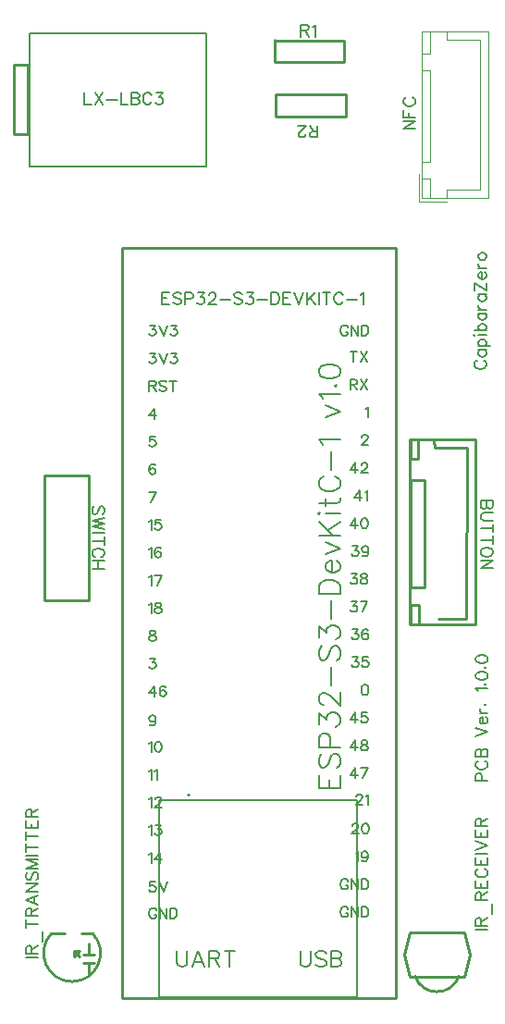
<source format=gto>
G04 Layer: TopSilkscreenLayer*
G04 EasyEDA v6.5.40, 2024-04-09 13:00:43*
G04 4b3d86a6f5cb4bb8bf6c6708de4b4b48,df7e7e3c38a3447abd37b529b333d242,10*
G04 Gerber Generator version 0.2*
G04 Scale: 100 percent, Rotated: No, Reflected: No *
G04 Dimensions in millimeters *
G04 leading zeros omitted , absolute positions ,4 integer and 5 decimal *
%FSLAX45Y45*%
%MOMM*%

%ADD10C,0.1524*%
%ADD11C,0.2032*%
%ADD12C,0.2000*%
%ADD13C,0.2540*%
%ADD14C,0.1200*%
%ADD15C,0.1600*%
%ADD16C,0.0103*%

%LPD*%
D10*
X4800091Y6961378D02*
G01*
X4789677Y6956044D01*
X4779263Y6945629D01*
X4774184Y6935470D01*
X4774184Y6914642D01*
X4779263Y6904228D01*
X4789677Y6893813D01*
X4800091Y6888479D01*
X4815840Y6883400D01*
X4841747Y6883400D01*
X4857241Y6888479D01*
X4867656Y6893813D01*
X4878070Y6904228D01*
X4883150Y6914642D01*
X4883150Y6935470D01*
X4878070Y6945629D01*
X4867656Y6956044D01*
X4857241Y6961378D01*
X4810506Y7057897D02*
G01*
X4883150Y7057897D01*
X4826000Y7057897D02*
G01*
X4815840Y7047484D01*
X4810506Y7037070D01*
X4810506Y7021576D01*
X4815840Y7011162D01*
X4826000Y7000747D01*
X4841747Y6995668D01*
X4852161Y6995668D01*
X4867656Y7000747D01*
X4878070Y7011162D01*
X4883150Y7021576D01*
X4883150Y7037070D01*
X4878070Y7047484D01*
X4867656Y7057897D01*
X4810506Y7092187D02*
G01*
X4919725Y7092187D01*
X4826000Y7092187D02*
G01*
X4815840Y7102602D01*
X4810506Y7113015D01*
X4810506Y7128510D01*
X4815840Y7138923D01*
X4826000Y7149337D01*
X4841747Y7154671D01*
X4852161Y7154671D01*
X4867656Y7149337D01*
X4878070Y7138923D01*
X4883150Y7128510D01*
X4883150Y7113015D01*
X4878070Y7102602D01*
X4867656Y7092187D01*
X4774184Y7188962D02*
G01*
X4779263Y7194042D01*
X4774184Y7199376D01*
X4768850Y7194042D01*
X4774184Y7188962D01*
X4810506Y7194042D02*
G01*
X4883150Y7194042D01*
X4774184Y7233665D02*
G01*
X4883150Y7233665D01*
X4826000Y7233665D02*
G01*
X4815840Y7244079D01*
X4810506Y7254239D01*
X4810506Y7269987D01*
X4815840Y7280402D01*
X4826000Y7290815D01*
X4841747Y7295895D01*
X4852161Y7295895D01*
X4867656Y7290815D01*
X4878070Y7280402D01*
X4883150Y7269987D01*
X4883150Y7254239D01*
X4878070Y7244079D01*
X4867656Y7233665D01*
X4810506Y7392670D02*
G01*
X4883150Y7392670D01*
X4826000Y7392670D02*
G01*
X4815840Y7382255D01*
X4810506Y7371842D01*
X4810506Y7356094D01*
X4815840Y7345679D01*
X4826000Y7335520D01*
X4841747Y7330186D01*
X4852161Y7330186D01*
X4867656Y7335520D01*
X4878070Y7345679D01*
X4883150Y7356094D01*
X4883150Y7371842D01*
X4878070Y7382255D01*
X4867656Y7392670D01*
X4810506Y7426960D02*
G01*
X4883150Y7426960D01*
X4841747Y7426960D02*
G01*
X4826000Y7432039D01*
X4815840Y7442454D01*
X4810506Y7452868D01*
X4810506Y7468362D01*
X4810506Y7565136D02*
G01*
X4883150Y7565136D01*
X4826000Y7565136D02*
G01*
X4815840Y7554721D01*
X4810506Y7544308D01*
X4810506Y7528560D01*
X4815840Y7518400D01*
X4826000Y7507986D01*
X4841747Y7502652D01*
X4852161Y7502652D01*
X4867656Y7507986D01*
X4878070Y7518400D01*
X4883150Y7528560D01*
X4883150Y7544308D01*
X4878070Y7554721D01*
X4867656Y7565136D01*
X4774184Y7672070D02*
G01*
X4883150Y7599426D01*
X4774184Y7599426D02*
G01*
X4774184Y7672070D01*
X4883150Y7599426D02*
G01*
X4883150Y7672070D01*
X4841747Y7706360D02*
G01*
X4841747Y7768589D01*
X4831334Y7768589D01*
X4820920Y7763510D01*
X4815840Y7758429D01*
X4810506Y7748015D01*
X4810506Y7732268D01*
X4815840Y7721854D01*
X4826000Y7711439D01*
X4841747Y7706360D01*
X4852161Y7706360D01*
X4867656Y7711439D01*
X4878070Y7721854D01*
X4883150Y7732268D01*
X4883150Y7748015D01*
X4878070Y7758429D01*
X4867656Y7768589D01*
X4810506Y7802879D02*
G01*
X4883150Y7802879D01*
X4841747Y7802879D02*
G01*
X4826000Y7808213D01*
X4815840Y7818628D01*
X4810506Y7829042D01*
X4810506Y7844536D01*
X4810506Y7904734D02*
G01*
X4815840Y7894320D01*
X4826000Y7884160D01*
X4841747Y7878826D01*
X4852161Y7878826D01*
X4867656Y7884160D01*
X4878070Y7894320D01*
X4883150Y7904734D01*
X4883150Y7920481D01*
X4878070Y7930895D01*
X4867656Y7941310D01*
X4852161Y7946389D01*
X4841747Y7946389D01*
X4826000Y7941310D01*
X4815840Y7930895D01*
X4810506Y7920481D01*
X4810506Y7904734D01*
X4786884Y3111500D02*
G01*
X4895850Y3111500D01*
X4786884Y3111500D02*
G01*
X4786884Y3158236D01*
X4791963Y3173729D01*
X4797297Y3179063D01*
X4807711Y3184144D01*
X4823206Y3184144D01*
X4833620Y3179063D01*
X4838700Y3173729D01*
X4844034Y3158236D01*
X4844034Y3111500D01*
X4812791Y3296412D02*
G01*
X4802377Y3291331D01*
X4791963Y3280918D01*
X4786884Y3270504D01*
X4786884Y3249676D01*
X4791963Y3239262D01*
X4802377Y3228847D01*
X4812791Y3223768D01*
X4828540Y3218434D01*
X4854447Y3218434D01*
X4869941Y3223768D01*
X4880356Y3228847D01*
X4890770Y3239262D01*
X4895850Y3249676D01*
X4895850Y3270504D01*
X4890770Y3280918D01*
X4880356Y3291331D01*
X4869941Y3296412D01*
X4786884Y3330702D02*
G01*
X4895850Y3330702D01*
X4786884Y3330702D02*
G01*
X4786884Y3377437D01*
X4791963Y3393186D01*
X4797297Y3398265D01*
X4807711Y3403600D01*
X4818125Y3403600D01*
X4828540Y3398265D01*
X4833620Y3393186D01*
X4838700Y3377437D01*
X4838700Y3330702D02*
G01*
X4838700Y3377437D01*
X4844034Y3393186D01*
X4849113Y3398265D01*
X4859527Y3403600D01*
X4875275Y3403600D01*
X4885690Y3398265D01*
X4890770Y3393186D01*
X4895850Y3377437D01*
X4895850Y3330702D01*
X4786884Y3517900D02*
G01*
X4895850Y3559302D01*
X4786884Y3600957D02*
G01*
X4895850Y3559302D01*
X4854447Y3635247D02*
G01*
X4854447Y3697478D01*
X4844034Y3697478D01*
X4833620Y3692397D01*
X4828540Y3687063D01*
X4823206Y3676650D01*
X4823206Y3661155D01*
X4828540Y3650742D01*
X4838700Y3640328D01*
X4854447Y3635247D01*
X4864861Y3635247D01*
X4880356Y3640328D01*
X4890770Y3650742D01*
X4895850Y3661155D01*
X4895850Y3676650D01*
X4890770Y3687063D01*
X4880356Y3697478D01*
X4823206Y3731768D02*
G01*
X4895850Y3731768D01*
X4854447Y3731768D02*
G01*
X4838700Y3737102D01*
X4828540Y3747515D01*
X4823206Y3757929D01*
X4823206Y3773423D01*
X4869941Y3812794D02*
G01*
X4875275Y3807713D01*
X4880356Y3812794D01*
X4875275Y3818128D01*
X4869941Y3812794D01*
X4807711Y3932428D02*
G01*
X4802377Y3942842D01*
X4786884Y3958336D01*
X4895850Y3958336D01*
X4869941Y3997960D02*
G01*
X4875275Y3992626D01*
X4880356Y3997960D01*
X4875275Y4003039D01*
X4869941Y3997960D01*
X4786884Y4068571D02*
G01*
X4791963Y4052823D01*
X4807711Y4042410D01*
X4833620Y4037329D01*
X4849113Y4037329D01*
X4875275Y4042410D01*
X4890770Y4052823D01*
X4895850Y4068571D01*
X4895850Y4078986D01*
X4890770Y4094479D01*
X4875275Y4104894D01*
X4849113Y4109973D01*
X4833620Y4109973D01*
X4807711Y4104894D01*
X4791963Y4094479D01*
X4786884Y4078986D01*
X4786884Y4068571D01*
X4869941Y4149597D02*
G01*
X4875275Y4144263D01*
X4880356Y4149597D01*
X4875275Y4154678D01*
X4869941Y4149597D01*
X4786884Y4220210D02*
G01*
X4791963Y4204715D01*
X4807711Y4194302D01*
X4833620Y4188968D01*
X4849113Y4188968D01*
X4875275Y4194302D01*
X4890770Y4204715D01*
X4895850Y4220210D01*
X4895850Y4230623D01*
X4890770Y4246118D01*
X4875275Y4256531D01*
X4849113Y4261865D01*
X4833620Y4261865D01*
X4807711Y4256531D01*
X4791963Y4246118D01*
X4786884Y4230623D01*
X4786884Y4220210D01*
X3187700Y10034015D02*
G01*
X3187700Y9925050D01*
X3187700Y10034015D02*
G01*
X3234436Y10034015D01*
X3249929Y10028936D01*
X3255263Y10023602D01*
X3260343Y10013187D01*
X3260343Y10002774D01*
X3255263Y9992360D01*
X3249929Y9987279D01*
X3234436Y9982200D01*
X3187700Y9982200D01*
X3224022Y9982200D02*
G01*
X3260343Y9925050D01*
X3294634Y10013187D02*
G01*
X3305047Y10018521D01*
X3320795Y10034015D01*
X3320795Y9925050D01*
X3340100Y9003284D02*
G01*
X3340100Y9112250D01*
X3340100Y9003284D02*
G01*
X3293363Y9003284D01*
X3277870Y9008363D01*
X3272536Y9013697D01*
X3267456Y9024112D01*
X3267456Y9034526D01*
X3272536Y9044939D01*
X3277870Y9050020D01*
X3293363Y9055100D01*
X3340100Y9055100D01*
X3303777Y9055100D02*
G01*
X3267456Y9112250D01*
X3227831Y9029192D02*
G01*
X3227831Y9024112D01*
X3222752Y9013697D01*
X3217418Y9008363D01*
X3207004Y9003284D01*
X3186429Y9003284D01*
X3176015Y9008363D01*
X3170681Y9013697D01*
X3165602Y9024112D01*
X3165602Y9034526D01*
X3170681Y9044939D01*
X3181095Y9060434D01*
X3233165Y9112250D01*
X3160268Y9112250D01*
X672084Y1498597D02*
G01*
X781050Y1498597D01*
X672084Y1532887D02*
G01*
X781050Y1532887D01*
X672084Y1532887D02*
G01*
X672084Y1579623D01*
X677163Y1595117D01*
X682497Y1600451D01*
X692912Y1605531D01*
X703326Y1605531D01*
X713739Y1600451D01*
X718820Y1595117D01*
X723900Y1579623D01*
X723900Y1532887D01*
X723900Y1569209D02*
G01*
X781050Y1605531D01*
X817626Y1639821D02*
G01*
X817626Y1733547D01*
X672084Y1804159D02*
G01*
X781050Y1804159D01*
X672084Y1767837D02*
G01*
X672084Y1840481D01*
X672084Y1874771D02*
G01*
X781050Y1874771D01*
X672084Y1874771D02*
G01*
X672084Y1921507D01*
X677163Y1937001D01*
X682497Y1942335D01*
X692912Y1947415D01*
X703326Y1947415D01*
X713739Y1942335D01*
X718820Y1937001D01*
X723900Y1921507D01*
X723900Y1874771D01*
X723900Y1911093D02*
G01*
X781050Y1947415D01*
X672084Y2023361D02*
G01*
X781050Y1981705D01*
X672084Y2023361D02*
G01*
X781050Y2065017D01*
X744728Y1997453D02*
G01*
X744728Y2049269D01*
X672084Y2099307D02*
G01*
X781050Y2099307D01*
X672084Y2099307D02*
G01*
X781050Y2171951D01*
X672084Y2171951D02*
G01*
X781050Y2171951D01*
X687578Y2278885D02*
G01*
X677163Y2268471D01*
X672084Y2252977D01*
X672084Y2232149D01*
X677163Y2216655D01*
X687578Y2206241D01*
X697992Y2206241D01*
X708405Y2211321D01*
X713739Y2216655D01*
X718820Y2227069D01*
X729234Y2258057D01*
X734313Y2268471D01*
X739647Y2273805D01*
X750062Y2278885D01*
X765555Y2278885D01*
X775970Y2268471D01*
X781050Y2252977D01*
X781050Y2232149D01*
X775970Y2216655D01*
X765555Y2206241D01*
X672084Y2313175D02*
G01*
X781050Y2313175D01*
X672084Y2313175D02*
G01*
X781050Y2354831D01*
X672084Y2396487D02*
G01*
X781050Y2354831D01*
X672084Y2396487D02*
G01*
X781050Y2396487D01*
X672084Y2430777D02*
G01*
X781050Y2430777D01*
X672084Y2501389D02*
G01*
X781050Y2501389D01*
X672084Y2465067D02*
G01*
X672084Y2537711D01*
X672084Y2608323D02*
G01*
X781050Y2608323D01*
X672084Y2572001D02*
G01*
X672084Y2644645D01*
X672084Y2678935D02*
G01*
X781050Y2678935D01*
X672084Y2678935D02*
G01*
X672084Y2746499D01*
X723900Y2678935D02*
G01*
X723900Y2720591D01*
X781050Y2678935D02*
G01*
X781050Y2746499D01*
X672084Y2780789D02*
G01*
X781050Y2780789D01*
X672084Y2780789D02*
G01*
X672084Y2827525D01*
X677163Y2843273D01*
X682497Y2848353D01*
X692912Y2853687D01*
X703326Y2853687D01*
X713739Y2848353D01*
X718820Y2843273D01*
X723900Y2827525D01*
X723900Y2780789D01*
X723900Y2817111D02*
G01*
X781050Y2853687D01*
X4941315Y5676900D02*
G01*
X4832350Y5676900D01*
X4941315Y5676900D02*
G01*
X4941315Y5630163D01*
X4936236Y5614670D01*
X4930902Y5609336D01*
X4920488Y5604255D01*
X4910074Y5604255D01*
X4899659Y5609336D01*
X4894579Y5614670D01*
X4889500Y5630163D01*
X4889500Y5676900D02*
G01*
X4889500Y5630163D01*
X4884165Y5614670D01*
X4879086Y5609336D01*
X4868672Y5604255D01*
X4852924Y5604255D01*
X4842509Y5609336D01*
X4837429Y5614670D01*
X4832350Y5630163D01*
X4832350Y5676900D01*
X4941315Y5569965D02*
G01*
X4863338Y5569965D01*
X4847843Y5564631D01*
X4837429Y5554218D01*
X4832350Y5538723D01*
X4832350Y5528310D01*
X4837429Y5512815D01*
X4847843Y5502402D01*
X4863338Y5497068D01*
X4941315Y5497068D01*
X4941315Y5426455D02*
G01*
X4832350Y5426455D01*
X4941315Y5462778D02*
G01*
X4941315Y5390134D01*
X4941315Y5319521D02*
G01*
X4832350Y5319521D01*
X4941315Y5355844D02*
G01*
X4941315Y5283200D01*
X4941315Y5217668D02*
G01*
X4936236Y5228081D01*
X4925822Y5238495D01*
X4915408Y5243576D01*
X4899659Y5248910D01*
X4873752Y5248910D01*
X4858258Y5243576D01*
X4847843Y5238495D01*
X4837429Y5228081D01*
X4832350Y5217668D01*
X4832350Y5196839D01*
X4837429Y5186426D01*
X4847843Y5176012D01*
X4858258Y5170931D01*
X4873752Y5165597D01*
X4899659Y5165597D01*
X4915408Y5170931D01*
X4925822Y5176012D01*
X4936236Y5186426D01*
X4941315Y5196839D01*
X4941315Y5217668D01*
X4941315Y5131307D02*
G01*
X4832350Y5131307D01*
X4941315Y5131307D02*
G01*
X4832350Y5058663D01*
X4941315Y5058663D02*
G01*
X4832350Y5058663D01*
X1917801Y7583017D02*
G01*
X1917801Y7473797D01*
X1917801Y7583017D02*
G01*
X1985365Y7583017D01*
X1917801Y7530947D02*
G01*
X1959203Y7530947D01*
X1917801Y7473797D02*
G01*
X1985365Y7473797D01*
X2092299Y7567269D02*
G01*
X2081885Y7577683D01*
X2066391Y7583017D01*
X2045563Y7583017D01*
X2029815Y7577683D01*
X2019655Y7567269D01*
X2019655Y7556855D01*
X2024735Y7546695D01*
X2029815Y7541361D01*
X2040229Y7536281D01*
X2071471Y7525867D01*
X2081885Y7520533D01*
X2086965Y7515453D01*
X2092299Y7505039D01*
X2092299Y7489545D01*
X2081885Y7479131D01*
X2066391Y7473797D01*
X2045563Y7473797D01*
X2029815Y7479131D01*
X2019655Y7489545D01*
X2126589Y7583017D02*
G01*
X2126589Y7473797D01*
X2126589Y7583017D02*
G01*
X2173325Y7583017D01*
X2188819Y7577683D01*
X2194153Y7572603D01*
X2199233Y7562189D01*
X2199233Y7546695D01*
X2194153Y7536281D01*
X2188819Y7530947D01*
X2173325Y7525867D01*
X2126589Y7525867D01*
X2243937Y7583017D02*
G01*
X2301087Y7583017D01*
X2269845Y7541361D01*
X2285593Y7541361D01*
X2296007Y7536281D01*
X2301087Y7530947D01*
X2306421Y7515453D01*
X2306421Y7505039D01*
X2301087Y7489545D01*
X2290673Y7479131D01*
X2275179Y7473797D01*
X2259685Y7473797D01*
X2243937Y7479131D01*
X2238857Y7484211D01*
X2233523Y7494625D01*
X2345791Y7556855D02*
G01*
X2345791Y7562189D01*
X2351125Y7572603D01*
X2356205Y7577683D01*
X2366619Y7583017D01*
X2387447Y7583017D01*
X2397861Y7577683D01*
X2402941Y7572603D01*
X2408275Y7562189D01*
X2408275Y7551775D01*
X2402941Y7541361D01*
X2392527Y7525867D01*
X2340711Y7473797D01*
X2413355Y7473797D01*
X2447645Y7520533D02*
G01*
X2541117Y7520533D01*
X2648305Y7567269D02*
G01*
X2637891Y7577683D01*
X2622143Y7583017D01*
X2601315Y7583017D01*
X2585821Y7577683D01*
X2575407Y7567269D01*
X2575407Y7556855D01*
X2580741Y7546695D01*
X2585821Y7541361D01*
X2596235Y7536281D01*
X2627477Y7525867D01*
X2637891Y7520533D01*
X2642971Y7515453D01*
X2648305Y7505039D01*
X2648305Y7489545D01*
X2637891Y7479131D01*
X2622143Y7473797D01*
X2601315Y7473797D01*
X2585821Y7479131D01*
X2575407Y7489545D01*
X2692755Y7583017D02*
G01*
X2749905Y7583017D01*
X2718917Y7541361D01*
X2734411Y7541361D01*
X2744825Y7536281D01*
X2749905Y7530947D01*
X2755239Y7515453D01*
X2755239Y7505039D01*
X2749905Y7489545D01*
X2739745Y7479131D01*
X2723997Y7473797D01*
X2708503Y7473797D01*
X2692755Y7479131D01*
X2687675Y7484211D01*
X2682595Y7494625D01*
X2789529Y7520533D02*
G01*
X2883001Y7520533D01*
X2917291Y7583017D02*
G01*
X2917291Y7473797D01*
X2917291Y7583017D02*
G01*
X2953613Y7583017D01*
X2969361Y7577683D01*
X2979775Y7567269D01*
X2984855Y7556855D01*
X2989935Y7541361D01*
X2989935Y7515453D01*
X2984855Y7499705D01*
X2979775Y7489545D01*
X2969361Y7479131D01*
X2953613Y7473797D01*
X2917291Y7473797D01*
X3024225Y7583017D02*
G01*
X3024225Y7473797D01*
X3024225Y7583017D02*
G01*
X3091789Y7583017D01*
X3024225Y7530947D02*
G01*
X3065881Y7530947D01*
X3024225Y7473797D02*
G01*
X3091789Y7473797D01*
X3126079Y7583017D02*
G01*
X3167735Y7473797D01*
X3209391Y7583017D02*
G01*
X3167735Y7473797D01*
X3243681Y7583017D02*
G01*
X3243681Y7473797D01*
X3316325Y7583017D02*
G01*
X3243681Y7510119D01*
X3269589Y7536281D02*
G01*
X3316325Y7473797D01*
X3350615Y7583017D02*
G01*
X3350615Y7473797D01*
X3421227Y7583017D02*
G01*
X3421227Y7473797D01*
X3384905Y7583017D02*
G01*
X3457549Y7583017D01*
X3569817Y7556855D02*
G01*
X3564737Y7567269D01*
X3554323Y7577683D01*
X3543909Y7583017D01*
X3523081Y7583017D01*
X3512667Y7577683D01*
X3502253Y7567269D01*
X3497173Y7556855D01*
X3491839Y7541361D01*
X3491839Y7515453D01*
X3497173Y7499705D01*
X3502253Y7489545D01*
X3512667Y7479131D01*
X3523081Y7473797D01*
X3543909Y7473797D01*
X3554323Y7479131D01*
X3564737Y7489545D01*
X3569817Y7499705D01*
X3604107Y7520533D02*
G01*
X3697579Y7520533D01*
X3731869Y7562189D02*
G01*
X3742283Y7567269D01*
X3758031Y7583017D01*
X3758031Y7473797D01*
D11*
X3351027Y3048010D02*
G01*
X3544829Y3048010D01*
X3351027Y3048010D02*
G01*
X3351027Y3168152D01*
X3443229Y3048010D02*
G01*
X3443229Y3121924D01*
X3544829Y3048010D02*
G01*
X3544829Y3168152D01*
X3378713Y3358398D02*
G01*
X3360171Y3339856D01*
X3351027Y3312170D01*
X3351027Y3275340D01*
X3360171Y3247400D01*
X3378713Y3229112D01*
X3397255Y3229112D01*
X3415543Y3238256D01*
X3424941Y3247400D01*
X3434085Y3265942D01*
X3452627Y3321314D01*
X3461771Y3339856D01*
X3470915Y3349000D01*
X3489457Y3358398D01*
X3517143Y3358398D01*
X3535685Y3339856D01*
X3544829Y3312170D01*
X3544829Y3275340D01*
X3535685Y3247400D01*
X3517143Y3229112D01*
X3351027Y3419358D02*
G01*
X3544829Y3419358D01*
X3351027Y3419358D02*
G01*
X3351027Y3502416D01*
X3360171Y3530102D01*
X3369315Y3539500D01*
X3387857Y3548644D01*
X3415543Y3548644D01*
X3434085Y3539500D01*
X3443229Y3530102D01*
X3452627Y3502416D01*
X3452627Y3419358D01*
X3351027Y3628146D02*
G01*
X3351027Y3729746D01*
X3424941Y3674120D01*
X3424941Y3702060D01*
X3434085Y3720348D01*
X3443229Y3729746D01*
X3470915Y3738890D01*
X3489457Y3738890D01*
X3517143Y3729746D01*
X3535685Y3711204D01*
X3544829Y3683518D01*
X3544829Y3655832D01*
X3535685Y3628146D01*
X3526541Y3618748D01*
X3507999Y3609604D01*
X3397255Y3808994D02*
G01*
X3387857Y3808994D01*
X3369315Y3818392D01*
X3360171Y3827536D01*
X3351027Y3846078D01*
X3351027Y3882908D01*
X3360171Y3901450D01*
X3369315Y3910594D01*
X3387857Y3919992D01*
X3406399Y3919992D01*
X3424941Y3910594D01*
X3452627Y3892306D01*
X3544829Y3799850D01*
X3544829Y3929136D01*
X3461771Y3990096D02*
G01*
X3461771Y4156466D01*
X3378713Y4346712D02*
G01*
X3360171Y4328170D01*
X3351027Y4300484D01*
X3351027Y4263400D01*
X3360171Y4235714D01*
X3378713Y4217426D01*
X3397255Y4217426D01*
X3415543Y4226570D01*
X3424941Y4235714D01*
X3434085Y4254256D01*
X3452627Y4309628D01*
X3461771Y4328170D01*
X3470915Y4337314D01*
X3489457Y4346712D01*
X3517143Y4346712D01*
X3535685Y4328170D01*
X3544829Y4300484D01*
X3544829Y4263400D01*
X3535685Y4235714D01*
X3517143Y4217426D01*
X3351027Y4425960D02*
G01*
X3351027Y4527560D01*
X3424941Y4472188D01*
X3424941Y4499874D01*
X3434085Y4518416D01*
X3443229Y4527560D01*
X3470915Y4536958D01*
X3489457Y4536958D01*
X3517143Y4527560D01*
X3535685Y4509272D01*
X3544829Y4481586D01*
X3544829Y4453900D01*
X3535685Y4425960D01*
X3526541Y4416816D01*
X3507999Y4407672D01*
X3461771Y4597918D02*
G01*
X3461771Y4764034D01*
X3351027Y4824994D02*
G01*
X3544829Y4824994D01*
X3351027Y4824994D02*
G01*
X3351027Y4889764D01*
X3360171Y4917450D01*
X3378713Y4935992D01*
X3397255Y4945136D01*
X3424941Y4954280D01*
X3470915Y4954280D01*
X3498855Y4945136D01*
X3517143Y4935992D01*
X3535685Y4917450D01*
X3544829Y4889764D01*
X3544829Y4824994D01*
X3470915Y5015240D02*
G01*
X3470915Y5126238D01*
X3452627Y5126238D01*
X3434085Y5116840D01*
X3424941Y5107696D01*
X3415543Y5089154D01*
X3415543Y5061468D01*
X3424941Y5043180D01*
X3443229Y5024638D01*
X3470915Y5015240D01*
X3489457Y5015240D01*
X3517143Y5024638D01*
X3535685Y5043180D01*
X3544829Y5061468D01*
X3544829Y5089154D01*
X3535685Y5107696D01*
X3517143Y5126238D01*
X3415543Y5187198D02*
G01*
X3544829Y5242570D01*
X3415543Y5297942D02*
G01*
X3544829Y5242570D01*
X3351027Y5358902D02*
G01*
X3544829Y5358902D01*
X3351027Y5488188D02*
G01*
X3480313Y5358902D01*
X3434085Y5405130D02*
G01*
X3544829Y5488188D01*
X3351027Y5549148D02*
G01*
X3360171Y5558546D01*
X3351027Y5567690D01*
X3341629Y5558546D01*
X3351027Y5549148D01*
X3415543Y5558546D02*
G01*
X3544829Y5558546D01*
X3351027Y5656336D02*
G01*
X3507999Y5656336D01*
X3535685Y5665480D01*
X3544829Y5684022D01*
X3544829Y5702564D01*
X3415543Y5628650D02*
G01*
X3415543Y5693420D01*
X3397255Y5901954D02*
G01*
X3378713Y5892810D01*
X3360171Y5874268D01*
X3351027Y5855980D01*
X3351027Y5818896D01*
X3360171Y5800354D01*
X3378713Y5782066D01*
X3397255Y5772668D01*
X3424941Y5763524D01*
X3470915Y5763524D01*
X3498855Y5772668D01*
X3517143Y5782066D01*
X3535685Y5800354D01*
X3544829Y5818896D01*
X3544829Y5855980D01*
X3535685Y5874268D01*
X3517143Y5892810D01*
X3498855Y5901954D01*
X3461771Y5962914D02*
G01*
X3461771Y6129284D01*
X3387857Y6190244D02*
G01*
X3378713Y6208786D01*
X3351027Y6236472D01*
X3544829Y6236472D01*
X3415543Y6439672D02*
G01*
X3544829Y6495044D01*
X3415543Y6550416D02*
G01*
X3544829Y6495044D01*
X3387857Y6611376D02*
G01*
X3378713Y6629918D01*
X3351027Y6657604D01*
X3544829Y6657604D01*
X3498855Y6727708D02*
G01*
X3507999Y6718564D01*
X3517143Y6727708D01*
X3507999Y6737106D01*
X3498855Y6727708D01*
X3351027Y6853438D02*
G01*
X3360171Y6825752D01*
X3387857Y6807210D01*
X3434085Y6798066D01*
X3461771Y6798066D01*
X3507999Y6807210D01*
X3535685Y6825752D01*
X3544829Y6853438D01*
X3544829Y6871980D01*
X3535685Y6899666D01*
X3507999Y6917954D01*
X3461771Y6927352D01*
X3434085Y6927352D01*
X3387857Y6917954D01*
X3360171Y6899666D01*
X3351027Y6871980D01*
X3351027Y6853438D01*
D12*
X1805939Y7282434D02*
G01*
X1855978Y7282434D01*
X1828545Y7246112D01*
X1842262Y7246112D01*
X1851405Y7241539D01*
X1855978Y7236968D01*
X1860550Y7223505D01*
X1860550Y7214362D01*
X1855978Y7200645D01*
X1846834Y7191502D01*
X1833118Y7186929D01*
X1819402Y7186929D01*
X1805939Y7191502D01*
X1801368Y7196073D01*
X1796795Y7205218D01*
X1890521Y7282434D02*
G01*
X1926844Y7186929D01*
X1963165Y7282434D02*
G01*
X1926844Y7186929D01*
X2002281Y7282434D02*
G01*
X2052320Y7282434D01*
X2024888Y7246112D01*
X2038604Y7246112D01*
X2047747Y7241539D01*
X2052320Y7236968D01*
X2056891Y7223505D01*
X2056891Y7214362D01*
X2052320Y7200645D01*
X2043175Y7191502D01*
X2029459Y7186929D01*
X2015997Y7186929D01*
X2002281Y7191502D01*
X1997709Y7196073D01*
X1993138Y7205218D01*
X1805939Y7028434D02*
G01*
X1855978Y7028434D01*
X1828545Y6992112D01*
X1842262Y6992112D01*
X1851405Y6987539D01*
X1855978Y6982968D01*
X1860550Y6969505D01*
X1860550Y6960362D01*
X1855978Y6946645D01*
X1846834Y6937502D01*
X1833118Y6932929D01*
X1819402Y6932929D01*
X1805939Y6937502D01*
X1801368Y6942073D01*
X1796795Y6951218D01*
X1890521Y7028434D02*
G01*
X1926844Y6932929D01*
X1963165Y7028434D02*
G01*
X1926844Y6932929D01*
X2002281Y7028434D02*
G01*
X2052320Y7028434D01*
X2024888Y6992112D01*
X2038604Y6992112D01*
X2047747Y6987539D01*
X2052320Y6982968D01*
X2056891Y6969505D01*
X2056891Y6960362D01*
X2052320Y6946645D01*
X2043175Y6937502D01*
X2029459Y6932929D01*
X2015997Y6932929D01*
X2002281Y6937502D01*
X1997709Y6942073D01*
X1993138Y6951218D01*
X1842262Y6520434D02*
G01*
X1796795Y6456934D01*
X1864868Y6456934D01*
X1842262Y6520434D02*
G01*
X1842262Y6424929D01*
X1851405Y6266434D02*
G01*
X1805939Y6266434D01*
X1801368Y6225539D01*
X1805939Y6230112D01*
X1819402Y6234684D01*
X1833118Y6234684D01*
X1846834Y6230112D01*
X1855978Y6220968D01*
X1860550Y6207505D01*
X1860550Y6198362D01*
X1855978Y6184645D01*
X1846834Y6175502D01*
X1833118Y6170929D01*
X1819402Y6170929D01*
X1805939Y6175502D01*
X1801368Y6180073D01*
X1796795Y6189218D01*
X1851405Y5998971D02*
G01*
X1846834Y6007862D01*
X1833118Y6012434D01*
X1823973Y6012434D01*
X1810512Y6007862D01*
X1801368Y5994400D01*
X1796795Y5971539D01*
X1796795Y5948934D01*
X1801368Y5930645D01*
X1810512Y5921502D01*
X1823973Y5916929D01*
X1828545Y5916929D01*
X1842262Y5921502D01*
X1851405Y5930645D01*
X1855978Y5944362D01*
X1855978Y5948934D01*
X1851405Y5962395D01*
X1842262Y5971539D01*
X1828545Y5976112D01*
X1823973Y5976112D01*
X1810512Y5971539D01*
X1801368Y5962395D01*
X1796795Y5948934D01*
X1860550Y5758434D02*
G01*
X1815084Y5662929D01*
X1796795Y5758434D02*
G01*
X1860550Y5758434D01*
X1796795Y5486400D02*
G01*
X1805939Y5490971D01*
X1819402Y5504434D01*
X1819402Y5408929D01*
X1903984Y5504434D02*
G01*
X1858518Y5504434D01*
X1853945Y5463539D01*
X1858518Y5468112D01*
X1872234Y5472684D01*
X1885950Y5472684D01*
X1899412Y5468112D01*
X1908555Y5458968D01*
X1913128Y5445505D01*
X1913128Y5436362D01*
X1908555Y5422645D01*
X1899412Y5413502D01*
X1885950Y5408929D01*
X1872234Y5408929D01*
X1858518Y5413502D01*
X1853945Y5418073D01*
X1849628Y5427218D01*
X1796795Y5232400D02*
G01*
X1805939Y5236971D01*
X1819402Y5250434D01*
X1819402Y5154929D01*
X1903984Y5236971D02*
G01*
X1899412Y5245862D01*
X1885950Y5250434D01*
X1876805Y5250434D01*
X1863089Y5245862D01*
X1853945Y5232400D01*
X1849628Y5209539D01*
X1849628Y5186934D01*
X1853945Y5168645D01*
X1863089Y5159502D01*
X1876805Y5154929D01*
X1881378Y5154929D01*
X1895094Y5159502D01*
X1903984Y5168645D01*
X1908555Y5182362D01*
X1908555Y5186934D01*
X1903984Y5200395D01*
X1895094Y5209539D01*
X1881378Y5214112D01*
X1876805Y5214112D01*
X1863089Y5209539D01*
X1853945Y5200395D01*
X1849628Y5186934D01*
X1796795Y4978400D02*
G01*
X1805939Y4982971D01*
X1819402Y4996434D01*
X1819402Y4900929D01*
X1913128Y4996434D02*
G01*
X1867662Y4900929D01*
X1849628Y4996434D02*
G01*
X1913128Y4996434D01*
X1796795Y4724400D02*
G01*
X1805939Y4728971D01*
X1819402Y4742434D01*
X1819402Y4646929D01*
X1872234Y4742434D02*
G01*
X1858518Y4737862D01*
X1853945Y4728971D01*
X1853945Y4719828D01*
X1858518Y4710684D01*
X1867662Y4706112D01*
X1885950Y4701539D01*
X1899412Y4696968D01*
X1908555Y4688078D01*
X1913128Y4678934D01*
X1913128Y4665218D01*
X1908555Y4656073D01*
X1903984Y4651502D01*
X1890521Y4646929D01*
X1872234Y4646929D01*
X1858518Y4651502D01*
X1853945Y4656073D01*
X1849628Y4665218D01*
X1849628Y4678934D01*
X1853945Y4688078D01*
X1863089Y4696968D01*
X1876805Y4701539D01*
X1895094Y4706112D01*
X1903984Y4710684D01*
X1908555Y4719828D01*
X1908555Y4728971D01*
X1903984Y4737862D01*
X1890521Y4742434D01*
X1872234Y4742434D01*
X1819402Y4488434D02*
G01*
X1805939Y4483862D01*
X1801368Y4474971D01*
X1801368Y4465828D01*
X1805939Y4456684D01*
X1815084Y4452112D01*
X1833118Y4447539D01*
X1846834Y4442968D01*
X1855978Y4434078D01*
X1860550Y4424934D01*
X1860550Y4411218D01*
X1855978Y4402073D01*
X1851405Y4397502D01*
X1837689Y4392929D01*
X1819402Y4392929D01*
X1805939Y4397502D01*
X1801368Y4402073D01*
X1796795Y4411218D01*
X1796795Y4424934D01*
X1801368Y4434078D01*
X1810512Y4442968D01*
X1823973Y4447539D01*
X1842262Y4452112D01*
X1851405Y4456684D01*
X1855978Y4465828D01*
X1855978Y4474971D01*
X1851405Y4483862D01*
X1837689Y4488434D01*
X1819402Y4488434D01*
X1805939Y4234434D02*
G01*
X1855978Y4234434D01*
X1828545Y4198112D01*
X1842262Y4198112D01*
X1851405Y4193539D01*
X1855978Y4188968D01*
X1860550Y4175505D01*
X1860550Y4166362D01*
X1855978Y4152645D01*
X1846834Y4143502D01*
X1833118Y4138929D01*
X1819402Y4138929D01*
X1805939Y4143502D01*
X1801368Y4148073D01*
X1796795Y4157218D01*
X1842262Y3980434D02*
G01*
X1796795Y3916934D01*
X1864868Y3916934D01*
X1842262Y3980434D02*
G01*
X1842262Y3884929D01*
X1949450Y3966971D02*
G01*
X1944877Y3975862D01*
X1931415Y3980434D01*
X1922271Y3980434D01*
X1908555Y3975862D01*
X1899412Y3962400D01*
X1895094Y3939539D01*
X1895094Y3916934D01*
X1899412Y3898645D01*
X1908555Y3889502D01*
X1922271Y3884929D01*
X1926844Y3884929D01*
X1940559Y3889502D01*
X1949450Y3898645D01*
X1954022Y3912362D01*
X1954022Y3916934D01*
X1949450Y3930395D01*
X1940559Y3939539D01*
X1926844Y3944112D01*
X1922271Y3944112D01*
X1908555Y3939539D01*
X1899412Y3930395D01*
X1895094Y3916934D01*
X1855978Y3681984D02*
G01*
X1851405Y3668268D01*
X1842262Y3659378D01*
X1828545Y3654805D01*
X1823973Y3654805D01*
X1810512Y3659378D01*
X1801368Y3668268D01*
X1796795Y3681984D01*
X1796795Y3686555D01*
X1801368Y3700271D01*
X1810512Y3709162D01*
X1823973Y3713734D01*
X1828545Y3713734D01*
X1842262Y3709162D01*
X1851405Y3700271D01*
X1855978Y3681984D01*
X1855978Y3659378D01*
X1851405Y3636518D01*
X1842262Y3622802D01*
X1828545Y3618484D01*
X1819402Y3618484D01*
X1805939Y3622802D01*
X1801368Y3631945D01*
X1796795Y3454400D02*
G01*
X1805939Y3458971D01*
X1819402Y3472434D01*
X1819402Y3377184D01*
X1876805Y3472434D02*
G01*
X1863089Y3467862D01*
X1853945Y3454400D01*
X1849628Y3431539D01*
X1849628Y3418078D01*
X1853945Y3395218D01*
X1863089Y3381502D01*
X1876805Y3377184D01*
X1885950Y3377184D01*
X1899412Y3381502D01*
X1908555Y3395218D01*
X1913128Y3418078D01*
X1913128Y3431539D01*
X1908555Y3454400D01*
X1899412Y3467862D01*
X1885950Y3472434D01*
X1876805Y3472434D01*
X1796795Y3200400D02*
G01*
X1805939Y3204971D01*
X1819402Y3218434D01*
X1819402Y3123184D01*
X1849628Y3200400D02*
G01*
X1858518Y3204971D01*
X1872234Y3218434D01*
X1872234Y3123184D01*
X1796795Y2946400D02*
G01*
X1805939Y2950971D01*
X1819402Y2964434D01*
X1819402Y2869184D01*
X1853945Y2941828D02*
G01*
X1853945Y2946400D01*
X1858518Y2955544D01*
X1863089Y2959862D01*
X1872234Y2964434D01*
X1890521Y2964434D01*
X1899412Y2959862D01*
X1903984Y2955544D01*
X1908555Y2946400D01*
X1908555Y2937255D01*
X1903984Y2928112D01*
X1895094Y2914395D01*
X1849628Y2869184D01*
X1913128Y2869184D01*
X1796795Y2692400D02*
G01*
X1805939Y2696971D01*
X1819402Y2710434D01*
X1819402Y2615184D01*
X1858518Y2710434D02*
G01*
X1908555Y2710434D01*
X1881378Y2674112D01*
X1895094Y2674112D01*
X1903984Y2669539D01*
X1908555Y2664968D01*
X1913128Y2651505D01*
X1913128Y2642362D01*
X1908555Y2628645D01*
X1899412Y2619502D01*
X1885950Y2615184D01*
X1872234Y2615184D01*
X1858518Y2619502D01*
X1853945Y2624073D01*
X1849628Y2633218D01*
X1796795Y2438400D02*
G01*
X1805939Y2442971D01*
X1819402Y2456434D01*
X1819402Y2361184D01*
X1895094Y2456434D02*
G01*
X1849628Y2392934D01*
X1917700Y2392934D01*
X1895094Y2456434D02*
G01*
X1895094Y2361184D01*
X1851405Y2189734D02*
G01*
X1805939Y2189734D01*
X1801368Y2148839D01*
X1805939Y2153412D01*
X1819402Y2157984D01*
X1833118Y2157984D01*
X1846834Y2153412D01*
X1855978Y2144268D01*
X1860550Y2130805D01*
X1860550Y2121662D01*
X1855978Y2107945D01*
X1846834Y2098802D01*
X1833118Y2094484D01*
X1819402Y2094484D01*
X1805939Y2098802D01*
X1801368Y2103373D01*
X1796795Y2112518D01*
X1890521Y2189734D02*
G01*
X1926844Y2094484D01*
X1963165Y2189734D02*
G01*
X1926844Y2094484D01*
X1864868Y1925828D02*
G01*
X1860550Y1934971D01*
X1851405Y1943862D01*
X1842262Y1948434D01*
X1823973Y1948434D01*
X1815084Y1943862D01*
X1805939Y1934971D01*
X1801368Y1925828D01*
X1796795Y1912112D01*
X1796795Y1889505D01*
X1801368Y1875789D01*
X1805939Y1866645D01*
X1815084Y1857502D01*
X1823973Y1853184D01*
X1842262Y1853184D01*
X1851405Y1857502D01*
X1860550Y1866645D01*
X1864868Y1875789D01*
X1864868Y1889505D01*
X1842262Y1889505D02*
G01*
X1864868Y1889505D01*
X1895094Y1948434D02*
G01*
X1895094Y1853184D01*
X1895094Y1948434D02*
G01*
X1958593Y1853184D01*
X1958593Y1948434D02*
G01*
X1958593Y1853184D01*
X1988565Y1948434D02*
G01*
X1988565Y1853184D01*
X1988565Y1948434D02*
G01*
X2020315Y1948434D01*
X2034031Y1943862D01*
X2043175Y1934971D01*
X2047747Y1925828D01*
X2052320Y1912112D01*
X2052320Y1889505D01*
X2047747Y1875789D01*
X2043175Y1866645D01*
X2034031Y1857502D01*
X2020315Y1853184D01*
X1988565Y1853184D01*
X1796795Y6774434D02*
G01*
X1796795Y6678929D01*
X1796795Y6774434D02*
G01*
X1837689Y6774434D01*
X1851405Y6769862D01*
X1855978Y6765289D01*
X1860550Y6756400D01*
X1860550Y6747255D01*
X1855978Y6738112D01*
X1851405Y6733539D01*
X1837689Y6728968D01*
X1796795Y6728968D01*
X1828545Y6728968D02*
G01*
X1860550Y6678929D01*
X1954022Y6760971D02*
G01*
X1944877Y6769862D01*
X1931415Y6774434D01*
X1913128Y6774434D01*
X1899412Y6769862D01*
X1890521Y6760971D01*
X1890521Y6751828D01*
X1895094Y6742684D01*
X1899412Y6738112D01*
X1908555Y6733539D01*
X1935988Y6724395D01*
X1944877Y6720078D01*
X1949450Y6715505D01*
X1954022Y6706362D01*
X1954022Y6692645D01*
X1944877Y6683502D01*
X1931415Y6678929D01*
X1913128Y6678929D01*
X1899412Y6683502D01*
X1890521Y6692645D01*
X2015997Y6774434D02*
G01*
X2015997Y6678929D01*
X1983993Y6774434D02*
G01*
X2047747Y6774434D01*
X3617468Y7259828D02*
G01*
X3613150Y7268971D01*
X3604006Y7277862D01*
X3594861Y7282434D01*
X3576574Y7282434D01*
X3567684Y7277862D01*
X3558540Y7268971D01*
X3553968Y7259828D01*
X3549395Y7246112D01*
X3549395Y7223505D01*
X3553968Y7209789D01*
X3558540Y7200645D01*
X3567684Y7191502D01*
X3576574Y7186929D01*
X3594861Y7186929D01*
X3604006Y7191502D01*
X3613150Y7200645D01*
X3617468Y7209789D01*
X3617468Y7223505D01*
X3594861Y7223505D02*
G01*
X3617468Y7223505D01*
X3647693Y7282434D02*
G01*
X3647693Y7186929D01*
X3647693Y7282434D02*
G01*
X3711193Y7186929D01*
X3711193Y7282434D02*
G01*
X3711193Y7186929D01*
X3741165Y7282434D02*
G01*
X3741165Y7186929D01*
X3741165Y7282434D02*
G01*
X3772915Y7282434D01*
X3786631Y7277862D01*
X3795775Y7268971D01*
X3800347Y7259828D01*
X3804920Y7246112D01*
X3804920Y7223505D01*
X3800347Y7209789D01*
X3795775Y7200645D01*
X3786631Y7191502D01*
X3772915Y7186929D01*
X3741165Y7186929D01*
X3670045Y7041134D02*
G01*
X3670045Y6945629D01*
X3638295Y7041134D02*
G01*
X3702050Y7041134D01*
X3732022Y7041134D02*
G01*
X3795522Y6945629D01*
X3795522Y7041134D02*
G01*
X3732022Y6945629D01*
X3638295Y6787134D02*
G01*
X3638295Y6691629D01*
X3638295Y6787134D02*
G01*
X3679190Y6787134D01*
X3692906Y6782562D01*
X3697477Y6777989D01*
X3702050Y6769100D01*
X3702050Y6759955D01*
X3697477Y6750812D01*
X3692906Y6746239D01*
X3679190Y6741668D01*
X3638295Y6741668D01*
X3670045Y6741668D02*
G01*
X3702050Y6691629D01*
X3732022Y6787134D02*
G01*
X3795522Y6691629D01*
X3795522Y6787134D02*
G01*
X3732022Y6691629D01*
X3777995Y6515100D02*
G01*
X3787140Y6519671D01*
X3800602Y6533134D01*
X3800602Y6437629D01*
X3744468Y6256528D02*
G01*
X3744468Y6261100D01*
X3749040Y6269989D01*
X3753611Y6274562D01*
X3762502Y6279134D01*
X3780790Y6279134D01*
X3789934Y6274562D01*
X3794506Y6269989D01*
X3799077Y6261100D01*
X3799077Y6251955D01*
X3794506Y6242812D01*
X3785361Y6229095D01*
X3739895Y6183629D01*
X3803650Y6183629D01*
X3683761Y6025134D02*
G01*
X3638295Y5961634D01*
X3706368Y5961634D01*
X3683761Y6025134D02*
G01*
X3683761Y5929629D01*
X3740911Y6002528D02*
G01*
X3740911Y6007100D01*
X3745484Y6015989D01*
X3750056Y6020562D01*
X3759200Y6025134D01*
X3777488Y6025134D01*
X3786377Y6020562D01*
X3790950Y6015989D01*
X3795522Y6007100D01*
X3795522Y5997955D01*
X3790950Y5988812D01*
X3781806Y5975095D01*
X3736593Y5929629D01*
X3800093Y5929629D01*
X3721861Y5771134D02*
G01*
X3676395Y5707634D01*
X3744468Y5707634D01*
X3721861Y5771134D02*
G01*
X3721861Y5675629D01*
X3774693Y5753100D02*
G01*
X3783584Y5757671D01*
X3797300Y5771134D01*
X3797300Y5675629D01*
X3683761Y5517134D02*
G01*
X3638295Y5453634D01*
X3706368Y5453634D01*
X3683761Y5517134D02*
G01*
X3683761Y5421629D01*
X3763772Y5517134D02*
G01*
X3750056Y5512562D01*
X3740911Y5499100D01*
X3736593Y5476239D01*
X3736593Y5462778D01*
X3740911Y5439918D01*
X3750056Y5426202D01*
X3763772Y5421629D01*
X3772915Y5421629D01*
X3786377Y5426202D01*
X3795522Y5439918D01*
X3800093Y5462778D01*
X3800093Y5476239D01*
X3795522Y5499100D01*
X3786377Y5512562D01*
X3772915Y5517134D01*
X3763772Y5517134D01*
X3660140Y5263134D02*
G01*
X3710177Y5263134D01*
X3682745Y5226812D01*
X3696461Y5226812D01*
X3705606Y5222239D01*
X3710177Y5217668D01*
X3714750Y5204205D01*
X3714750Y5195062D01*
X3710177Y5181345D01*
X3701034Y5172202D01*
X3687318Y5167629D01*
X3673602Y5167629D01*
X3660140Y5172202D01*
X3655568Y5176773D01*
X3650995Y5185918D01*
X3803650Y5231384D02*
G01*
X3799077Y5217668D01*
X3790188Y5208778D01*
X3776472Y5204205D01*
X3771900Y5204205D01*
X3758184Y5208778D01*
X3749293Y5217668D01*
X3744722Y5231384D01*
X3744722Y5235955D01*
X3749293Y5249671D01*
X3758184Y5258562D01*
X3771900Y5263134D01*
X3776472Y5263134D01*
X3790188Y5258562D01*
X3799077Y5249671D01*
X3803650Y5231384D01*
X3803650Y5208778D01*
X3799077Y5185918D01*
X3790188Y5172202D01*
X3776472Y5167629D01*
X3767327Y5167629D01*
X3753611Y5172202D01*
X3749293Y5181345D01*
X3647440Y5009134D02*
G01*
X3697477Y5009134D01*
X3670045Y4972812D01*
X3683761Y4972812D01*
X3692906Y4968239D01*
X3697477Y4963668D01*
X3702050Y4950205D01*
X3702050Y4941062D01*
X3697477Y4927345D01*
X3688334Y4918202D01*
X3674618Y4913629D01*
X3660902Y4913629D01*
X3647440Y4918202D01*
X3642868Y4922773D01*
X3638295Y4931918D01*
X3754627Y5009134D02*
G01*
X3740911Y5004562D01*
X3736593Y4995671D01*
X3736593Y4986528D01*
X3740911Y4977384D01*
X3750056Y4972812D01*
X3768343Y4968239D01*
X3781806Y4963668D01*
X3790950Y4954778D01*
X3795522Y4945634D01*
X3795522Y4931918D01*
X3790950Y4922773D01*
X3786377Y4918202D01*
X3772915Y4913629D01*
X3754627Y4913629D01*
X3740911Y4918202D01*
X3736593Y4922773D01*
X3732022Y4931918D01*
X3732022Y4945634D01*
X3736593Y4954778D01*
X3745484Y4963668D01*
X3759200Y4968239D01*
X3777488Y4972812D01*
X3786377Y4977384D01*
X3790950Y4986528D01*
X3790950Y4995671D01*
X3786377Y5004562D01*
X3772915Y5009134D01*
X3754627Y5009134D01*
X3647440Y4755134D02*
G01*
X3697477Y4755134D01*
X3670045Y4718812D01*
X3683761Y4718812D01*
X3692906Y4714239D01*
X3697477Y4709668D01*
X3702050Y4696205D01*
X3702050Y4687062D01*
X3697477Y4673345D01*
X3688334Y4664202D01*
X3674618Y4659629D01*
X3660902Y4659629D01*
X3647440Y4664202D01*
X3642868Y4668773D01*
X3638295Y4677918D01*
X3795522Y4755134D02*
G01*
X3750056Y4659629D01*
X3732022Y4755134D02*
G01*
X3795522Y4755134D01*
X3660140Y4501134D02*
G01*
X3710177Y4501134D01*
X3682745Y4464812D01*
X3696461Y4464812D01*
X3705606Y4460239D01*
X3710177Y4455668D01*
X3714750Y4442205D01*
X3714750Y4433062D01*
X3710177Y4419345D01*
X3701034Y4410202D01*
X3687318Y4405629D01*
X3673602Y4405629D01*
X3660140Y4410202D01*
X3655568Y4414773D01*
X3650995Y4423918D01*
X3799077Y4487671D02*
G01*
X3794506Y4496562D01*
X3781043Y4501134D01*
X3771900Y4501134D01*
X3758184Y4496562D01*
X3749293Y4483100D01*
X3744722Y4460239D01*
X3744722Y4437634D01*
X3749293Y4419345D01*
X3758184Y4410202D01*
X3771900Y4405629D01*
X3776472Y4405629D01*
X3790188Y4410202D01*
X3799077Y4419345D01*
X3803650Y4433062D01*
X3803650Y4437634D01*
X3799077Y4451095D01*
X3790188Y4460239D01*
X3776472Y4464812D01*
X3771900Y4464812D01*
X3758184Y4460239D01*
X3749293Y4451095D01*
X3744722Y4437634D01*
X3660140Y4247134D02*
G01*
X3710177Y4247134D01*
X3682745Y4210812D01*
X3696461Y4210812D01*
X3705606Y4206239D01*
X3710177Y4201668D01*
X3714750Y4188205D01*
X3714750Y4179062D01*
X3710177Y4165345D01*
X3701034Y4156202D01*
X3687318Y4151629D01*
X3673602Y4151629D01*
X3660140Y4156202D01*
X3655568Y4160773D01*
X3650995Y4169918D01*
X3799077Y4247134D02*
G01*
X3753611Y4247134D01*
X3749293Y4206239D01*
X3753611Y4210812D01*
X3767327Y4215384D01*
X3781043Y4215384D01*
X3794506Y4210812D01*
X3803650Y4201668D01*
X3808222Y4188205D01*
X3808222Y4179062D01*
X3803650Y4165345D01*
X3794506Y4156202D01*
X3781043Y4151629D01*
X3767327Y4151629D01*
X3753611Y4156202D01*
X3749293Y4160773D01*
X3744722Y4169918D01*
X3767074Y3993134D02*
G01*
X3753611Y3988562D01*
X3744468Y3975100D01*
X3739895Y3952239D01*
X3739895Y3938778D01*
X3744468Y3915918D01*
X3753611Y3902202D01*
X3767074Y3897884D01*
X3776218Y3897884D01*
X3789934Y3902202D01*
X3799077Y3915918D01*
X3803650Y3938778D01*
X3803650Y3952239D01*
X3799077Y3975100D01*
X3789934Y3988562D01*
X3776218Y3993134D01*
X3767074Y3993134D01*
X3683761Y3739134D02*
G01*
X3638295Y3675634D01*
X3706368Y3675634D01*
X3683761Y3739134D02*
G01*
X3683761Y3643884D01*
X3790950Y3739134D02*
G01*
X3745484Y3739134D01*
X3740911Y3698239D01*
X3745484Y3702812D01*
X3759200Y3707384D01*
X3772915Y3707384D01*
X3786377Y3702812D01*
X3795522Y3693668D01*
X3800093Y3680205D01*
X3800093Y3671062D01*
X3795522Y3657345D01*
X3786377Y3648202D01*
X3772915Y3643884D01*
X3759200Y3643884D01*
X3745484Y3648202D01*
X3740911Y3652773D01*
X3736593Y3661918D01*
X3683761Y3485134D02*
G01*
X3638295Y3421634D01*
X3706368Y3421634D01*
X3683761Y3485134D02*
G01*
X3683761Y3389884D01*
X3759200Y3485134D02*
G01*
X3745484Y3480562D01*
X3740911Y3471671D01*
X3740911Y3462528D01*
X3745484Y3453384D01*
X3754627Y3448812D01*
X3772915Y3444239D01*
X3786377Y3439668D01*
X3795522Y3430778D01*
X3800093Y3421634D01*
X3800093Y3407918D01*
X3795522Y3398773D01*
X3790950Y3394202D01*
X3777488Y3389884D01*
X3759200Y3389884D01*
X3745484Y3394202D01*
X3740911Y3398773D01*
X3736593Y3407918D01*
X3736593Y3421634D01*
X3740911Y3430778D01*
X3750056Y3439668D01*
X3763772Y3444239D01*
X3781806Y3448812D01*
X3790950Y3453384D01*
X3795522Y3462528D01*
X3795522Y3471671D01*
X3790950Y3480562D01*
X3777488Y3485134D01*
X3759200Y3485134D01*
X3683761Y3231134D02*
G01*
X3638295Y3167634D01*
X3706368Y3167634D01*
X3683761Y3231134D02*
G01*
X3683761Y3135884D01*
X3800093Y3231134D02*
G01*
X3754627Y3135884D01*
X3736593Y3231134D02*
G01*
X3800093Y3231134D01*
X3693668Y2967228D02*
G01*
X3693668Y2971800D01*
X3698240Y2980944D01*
X3702811Y2985262D01*
X3711702Y2989834D01*
X3729990Y2989834D01*
X3739134Y2985262D01*
X3743706Y2980944D01*
X3748277Y2971800D01*
X3748277Y2962655D01*
X3743706Y2953512D01*
X3734561Y2939795D01*
X3689095Y2894584D01*
X3752850Y2894584D01*
X3782822Y2971800D02*
G01*
X3791711Y2976371D01*
X3805427Y2989834D01*
X3805427Y2894584D01*
X3655568Y2700528D02*
G01*
X3655568Y2705100D01*
X3660140Y2714244D01*
X3664711Y2718562D01*
X3673602Y2723134D01*
X3691890Y2723134D01*
X3701034Y2718562D01*
X3705606Y2714244D01*
X3710177Y2705100D01*
X3710177Y2695955D01*
X3705606Y2686812D01*
X3696461Y2673095D01*
X3650995Y2627884D01*
X3714750Y2627884D01*
X3771900Y2723134D02*
G01*
X3758184Y2718562D01*
X3749293Y2705100D01*
X3744722Y2682239D01*
X3744722Y2668778D01*
X3749293Y2645918D01*
X3758184Y2632202D01*
X3771900Y2627884D01*
X3781043Y2627884D01*
X3794506Y2632202D01*
X3803650Y2645918D01*
X3808222Y2668778D01*
X3808222Y2682239D01*
X3803650Y2705100D01*
X3794506Y2718562D01*
X3781043Y2723134D01*
X3771900Y2723134D01*
X3689095Y2451100D02*
G01*
X3698240Y2455671D01*
X3711702Y2469134D01*
X3711702Y2373884D01*
X3800856Y2437384D02*
G01*
X3796284Y2423668D01*
X3787393Y2414778D01*
X3773677Y2410205D01*
X3769106Y2410205D01*
X3755390Y2414778D01*
X3746245Y2423668D01*
X3741927Y2437384D01*
X3741927Y2441955D01*
X3746245Y2455671D01*
X3755390Y2464562D01*
X3769106Y2469134D01*
X3773677Y2469134D01*
X3787393Y2464562D01*
X3796284Y2455671D01*
X3800856Y2437384D01*
X3800856Y2414778D01*
X3796284Y2391918D01*
X3787393Y2378202D01*
X3773677Y2373884D01*
X3764534Y2373884D01*
X3750818Y2378202D01*
X3746245Y2387345D01*
X3617468Y2192528D02*
G01*
X3613150Y2201671D01*
X3604006Y2210562D01*
X3594861Y2215134D01*
X3576574Y2215134D01*
X3567684Y2210562D01*
X3558540Y2201671D01*
X3553968Y2192528D01*
X3549395Y2178812D01*
X3549395Y2156205D01*
X3553968Y2142489D01*
X3558540Y2133345D01*
X3567684Y2124202D01*
X3576574Y2119884D01*
X3594861Y2119884D01*
X3604006Y2124202D01*
X3613150Y2133345D01*
X3617468Y2142489D01*
X3617468Y2156205D01*
X3594861Y2156205D02*
G01*
X3617468Y2156205D01*
X3647693Y2215134D02*
G01*
X3647693Y2119884D01*
X3647693Y2215134D02*
G01*
X3711193Y2119884D01*
X3711193Y2215134D02*
G01*
X3711193Y2119884D01*
X3741165Y2215134D02*
G01*
X3741165Y2119884D01*
X3741165Y2215134D02*
G01*
X3772915Y2215134D01*
X3786631Y2210562D01*
X3795775Y2201671D01*
X3800347Y2192528D01*
X3804920Y2178812D01*
X3804920Y2156205D01*
X3800347Y2142489D01*
X3795775Y2133345D01*
X3786631Y2124202D01*
X3772915Y2119884D01*
X3741165Y2119884D01*
X3617468Y1938528D02*
G01*
X3613150Y1947671D01*
X3604006Y1956562D01*
X3594861Y1961134D01*
X3576574Y1961134D01*
X3567684Y1956562D01*
X3558540Y1947671D01*
X3553968Y1938528D01*
X3549395Y1924812D01*
X3549395Y1902205D01*
X3553968Y1888489D01*
X3558540Y1879345D01*
X3567684Y1870202D01*
X3576574Y1865884D01*
X3594861Y1865884D01*
X3604006Y1870202D01*
X3613150Y1879345D01*
X3617468Y1888489D01*
X3617468Y1902205D01*
X3594861Y1902205D02*
G01*
X3617468Y1902205D01*
X3647693Y1961134D02*
G01*
X3647693Y1865884D01*
X3647693Y1961134D02*
G01*
X3711193Y1865884D01*
X3711193Y1961134D02*
G01*
X3711193Y1865884D01*
X3741165Y1961134D02*
G01*
X3741165Y1865884D01*
X3741165Y1961134D02*
G01*
X3772915Y1961134D01*
X3786631Y1956562D01*
X3795775Y1947671D01*
X3800347Y1938528D01*
X3804920Y1924812D01*
X3804920Y1902205D01*
X3800347Y1888489D01*
X3795775Y1879345D01*
X3786631Y1870202D01*
X3772915Y1865884D01*
X3741165Y1865884D01*
X2050795Y1554479D02*
G01*
X2050795Y1452118D01*
X2057654Y1431797D01*
X2071370Y1418081D01*
X2091690Y1411223D01*
X2105406Y1411223D01*
X2125725Y1418081D01*
X2139441Y1431797D01*
X2146300Y1452118D01*
X2146300Y1554479D01*
X2245868Y1554479D02*
G01*
X2191258Y1411223D01*
X2245868Y1554479D02*
G01*
X2300224Y1411223D01*
X2211831Y1458976D02*
G01*
X2279904Y1458976D01*
X2345436Y1554479D02*
G01*
X2345436Y1411223D01*
X2345436Y1554479D02*
G01*
X2406650Y1554479D01*
X2427224Y1547621D01*
X2434081Y1540763D01*
X2440686Y1527302D01*
X2440686Y1513586D01*
X2434081Y1499870D01*
X2427224Y1493012D01*
X2406650Y1486407D01*
X2345436Y1486407D01*
X2393188Y1486407D02*
G01*
X2440686Y1411223D01*
X2533650Y1554479D02*
G01*
X2533650Y1411223D01*
X2485897Y1554479D02*
G01*
X2581147Y1554479D01*
X3181095Y1554479D02*
G01*
X3181095Y1452118D01*
X3187954Y1431797D01*
X3201670Y1418081D01*
X3221990Y1411223D01*
X3235706Y1411223D01*
X3256025Y1418081D01*
X3269741Y1431797D01*
X3276600Y1452118D01*
X3276600Y1554479D01*
X3417061Y1533905D02*
G01*
X3403345Y1547621D01*
X3383025Y1554479D01*
X3355593Y1554479D01*
X3335274Y1547621D01*
X3321558Y1533905D01*
X3321558Y1520444D01*
X3328415Y1506728D01*
X3335274Y1499870D01*
X3348736Y1493012D01*
X3389629Y1479550D01*
X3403345Y1472692D01*
X3410204Y1465834D01*
X3417061Y1452118D01*
X3417061Y1431797D01*
X3403345Y1418081D01*
X3383025Y1411223D01*
X3355593Y1411223D01*
X3335274Y1418081D01*
X3321558Y1431797D01*
X3462020Y1554479D02*
G01*
X3462020Y1411223D01*
X3462020Y1554479D02*
G01*
X3523488Y1554479D01*
X3543808Y1547621D01*
X3550665Y1540763D01*
X3557524Y1527302D01*
X3557524Y1513586D01*
X3550665Y1499870D01*
X3543808Y1493012D01*
X3523488Y1486407D01*
X3462020Y1486407D02*
G01*
X3523488Y1486407D01*
X3543808Y1479550D01*
X3550665Y1472692D01*
X3557524Y1458976D01*
X3557524Y1438655D01*
X3550665Y1424939D01*
X3543808Y1418081D01*
X3523488Y1411223D01*
X3462020Y1411223D01*
D10*
X4786884Y1752600D02*
G01*
X4895850Y1752600D01*
X4786884Y1786889D02*
G01*
X4895850Y1786889D01*
X4786884Y1786889D02*
G01*
X4786884Y1833626D01*
X4791963Y1849120D01*
X4797297Y1854454D01*
X4807711Y1859534D01*
X4818125Y1859534D01*
X4828540Y1854454D01*
X4833620Y1849120D01*
X4838700Y1833626D01*
X4838700Y1786889D01*
X4838700Y1823212D02*
G01*
X4895850Y1859534D01*
X4932425Y1893823D02*
G01*
X4932425Y1987550D01*
X4786884Y2021839D02*
G01*
X4895850Y2021839D01*
X4786884Y2021839D02*
G01*
X4786884Y2068576D01*
X4791963Y2084070D01*
X4797297Y2089150D01*
X4807711Y2094484D01*
X4818125Y2094484D01*
X4828540Y2089150D01*
X4833620Y2084070D01*
X4838700Y2068576D01*
X4838700Y2021839D01*
X4838700Y2058162D02*
G01*
X4895850Y2094484D01*
X4786884Y2128773D02*
G01*
X4895850Y2128773D01*
X4786884Y2128773D02*
G01*
X4786884Y2196337D01*
X4838700Y2128773D02*
G01*
X4838700Y2170429D01*
X4895850Y2128773D02*
G01*
X4895850Y2196337D01*
X4812791Y2308605D02*
G01*
X4802377Y2303271D01*
X4791963Y2292857D01*
X4786884Y2282444D01*
X4786884Y2261870D01*
X4791963Y2251455D01*
X4802377Y2241042D01*
X4812791Y2235707D01*
X4828540Y2230628D01*
X4854447Y2230628D01*
X4869941Y2235707D01*
X4880356Y2241042D01*
X4890770Y2251455D01*
X4895850Y2261870D01*
X4895850Y2282444D01*
X4890770Y2292857D01*
X4880356Y2303271D01*
X4869941Y2308605D01*
X4786884Y2342895D02*
G01*
X4895850Y2342895D01*
X4786884Y2342895D02*
G01*
X4786884Y2410460D01*
X4838700Y2342895D02*
G01*
X4838700Y2384297D01*
X4895850Y2342895D02*
G01*
X4895850Y2410460D01*
X4786884Y2444750D02*
G01*
X4895850Y2444750D01*
X4786884Y2479039D02*
G01*
X4895850Y2520442D01*
X4786884Y2562097D02*
G01*
X4895850Y2520442D01*
X4786884Y2596387D02*
G01*
X4895850Y2596387D01*
X4786884Y2596387D02*
G01*
X4786884Y2663952D01*
X4838700Y2596387D02*
G01*
X4838700Y2637789D01*
X4895850Y2596387D02*
G01*
X4895850Y2663952D01*
X4786884Y2698242D02*
G01*
X4895850Y2698242D01*
X4786884Y2698242D02*
G01*
X4786884Y2744978D01*
X4791963Y2760471D01*
X4797297Y2765805D01*
X4807711Y2770886D01*
X4818125Y2770886D01*
X4828540Y2765805D01*
X4833620Y2760471D01*
X4838700Y2744978D01*
X4838700Y2698242D01*
X4838700Y2734563D02*
G01*
X4895850Y2770886D01*
X1206500Y9411715D02*
G01*
X1206500Y9302750D01*
X1206500Y9302750D02*
G01*
X1268729Y9302750D01*
X1303020Y9411715D02*
G01*
X1375918Y9302750D01*
X1375918Y9411715D02*
G01*
X1303020Y9302750D01*
X1410207Y9349486D02*
G01*
X1503679Y9349486D01*
X1537970Y9411715D02*
G01*
X1537970Y9302750D01*
X1537970Y9302750D02*
G01*
X1600200Y9302750D01*
X1634489Y9411715D02*
G01*
X1634489Y9302750D01*
X1634489Y9411715D02*
G01*
X1681479Y9411715D01*
X1696973Y9406636D01*
X1702054Y9401302D01*
X1707387Y9390887D01*
X1707387Y9380474D01*
X1702054Y9370060D01*
X1696973Y9364979D01*
X1681479Y9359900D01*
X1634489Y9359900D02*
G01*
X1681479Y9359900D01*
X1696973Y9354565D01*
X1702054Y9349486D01*
X1707387Y9339071D01*
X1707387Y9323324D01*
X1702054Y9312910D01*
X1696973Y9307829D01*
X1681479Y9302750D01*
X1634489Y9302750D01*
X1819655Y9385808D02*
G01*
X1814321Y9396221D01*
X1803907Y9406636D01*
X1793494Y9411715D01*
X1772920Y9411715D01*
X1762505Y9406636D01*
X1752092Y9396221D01*
X1746757Y9385808D01*
X1741678Y9370060D01*
X1741678Y9344152D01*
X1746757Y9328658D01*
X1752092Y9318244D01*
X1762505Y9307829D01*
X1772920Y9302750D01*
X1793494Y9302750D01*
X1803907Y9307829D01*
X1814321Y9318244D01*
X1819655Y9328658D01*
X1864360Y9411715D02*
G01*
X1921510Y9411715D01*
X1890268Y9370060D01*
X1905762Y9370060D01*
X1916176Y9364979D01*
X1921510Y9359900D01*
X1926589Y9344152D01*
X1926589Y9333737D01*
X1921510Y9318244D01*
X1911095Y9307829D01*
X1895347Y9302750D01*
X1879854Y9302750D01*
X1864360Y9307829D01*
X1859026Y9312910D01*
X1853945Y9323324D01*
X4126484Y9080500D02*
G01*
X4235450Y9080500D01*
X4126484Y9080500D02*
G01*
X4235450Y9153144D01*
X4126484Y9153144D02*
G01*
X4235450Y9153144D01*
X4126484Y9187434D02*
G01*
X4235450Y9187434D01*
X4126484Y9187434D02*
G01*
X4126484Y9254997D01*
X4178300Y9187434D02*
G01*
X4178300Y9229089D01*
X4152391Y9367265D02*
G01*
X4141977Y9362186D01*
X4131563Y9351771D01*
X4126484Y9341358D01*
X4126484Y9320529D01*
X4131563Y9310115D01*
X4141977Y9299702D01*
X4152391Y9294621D01*
X4168140Y9289287D01*
X4194047Y9289287D01*
X4209541Y9294621D01*
X4219956Y9299702D01*
X4230370Y9310115D01*
X4235450Y9320529D01*
X4235450Y9341358D01*
X4230370Y9351771D01*
X4219956Y9362186D01*
X4209541Y9367265D01*
X1369821Y5553455D02*
G01*
X1380236Y5563870D01*
X1385315Y5579363D01*
X1385315Y5600192D01*
X1380236Y5615686D01*
X1369821Y5626100D01*
X1359407Y5626100D01*
X1348994Y5621020D01*
X1343660Y5615686D01*
X1338579Y5605271D01*
X1328165Y5574029D01*
X1323086Y5563870D01*
X1317752Y5558536D01*
X1307337Y5553455D01*
X1291844Y5553455D01*
X1281429Y5563870D01*
X1276350Y5579363D01*
X1276350Y5600192D01*
X1281429Y5615686D01*
X1291844Y5626100D01*
X1385315Y5519165D02*
G01*
X1276350Y5493004D01*
X1385315Y5467095D02*
G01*
X1276350Y5493004D01*
X1385315Y5467095D02*
G01*
X1276350Y5441187D01*
X1385315Y5415279D02*
G01*
X1276350Y5441187D01*
X1385315Y5380989D02*
G01*
X1276350Y5380989D01*
X1385315Y5310123D02*
G01*
X1276350Y5310123D01*
X1385315Y5346700D02*
G01*
X1385315Y5273802D01*
X1359407Y5161534D02*
G01*
X1369821Y5166868D01*
X1380236Y5177281D01*
X1385315Y5187695D01*
X1385315Y5208270D01*
X1380236Y5218684D01*
X1369821Y5229097D01*
X1359407Y5234431D01*
X1343660Y5239512D01*
X1317752Y5239512D01*
X1302257Y5234431D01*
X1291844Y5229097D01*
X1281429Y5218684D01*
X1276350Y5208270D01*
X1276350Y5187695D01*
X1281429Y5177281D01*
X1291844Y5166868D01*
X1302257Y5161534D01*
X1385315Y5127244D02*
G01*
X1276350Y5127244D01*
X1385315Y5054600D02*
G01*
X1276350Y5054600D01*
X1333500Y5127244D02*
G01*
X1333500Y5054600D01*
D13*
X3573099Y9690097D02*
G01*
X2943097Y9690097D01*
X3583940Y9890757D02*
G01*
X3583940Y9690762D01*
X2943859Y9890760D02*
G01*
X3573861Y9890760D01*
X2943859Y9692637D02*
G01*
X2943859Y9892639D01*
X2967400Y9398002D02*
G01*
X3597402Y9398002D01*
X2956559Y9197342D02*
G01*
X2956559Y9397337D01*
X3596640Y9197339D02*
G01*
X2966638Y9197339D01*
X3596640Y9395462D02*
G01*
X3596640Y9195460D01*
X1191260Y1445257D02*
G01*
X1242060Y1445257D01*
X1292860Y1445257D01*
X1191260Y1523997D02*
G01*
X1242060Y1523997D01*
X1292860Y1523997D01*
X1242060Y1523997D02*
G01*
X1242060Y1623057D01*
X1242060Y1343657D02*
G01*
X1242060Y1445257D01*
X1163320Y1503677D02*
G01*
X1112520Y1554477D01*
X1112520Y1503677D01*
X1163320Y1554477D01*
X1112520Y1554477D01*
X901700Y1714497D02*
G01*
X1021079Y1714497D01*
X1282700Y1714497D02*
G01*
X1181100Y1714497D01*
X4445000Y4597400D02*
G01*
X4445000Y4597400D01*
X4699000Y4597400D01*
X4710988Y6160770D01*
X4409643Y6160770D01*
X4406468Y6229121D01*
X4781550Y6241389D02*
G01*
X4781550Y4541393D01*
X4186758Y4541393D01*
X4186758Y6241389D01*
X4781550Y6241389D01*
X4262729Y6236538D02*
G01*
X4262729Y6056629D01*
X4188637Y6056629D01*
X4188637Y6236538D01*
X4262729Y6236538D01*
X4318000Y5867400D02*
G01*
X4318000Y4887391D01*
X4192320Y4887391D01*
X4192320Y5867400D01*
X4318000Y5867400D01*
X4264990Y4724400D02*
G01*
X4264990Y4544491D01*
X4190898Y4544491D01*
X4190898Y4724400D01*
X4264990Y4724400D01*
X1550111Y7994395D02*
G01*
X4057395Y7994395D01*
X4057395Y1123721D01*
X1550111Y1123721D01*
X1550111Y7994395D01*
X4183379Y1320800D02*
G01*
X4132579Y1521460D01*
X4132579Y1521460D02*
G01*
X4183379Y1722120D01*
X4183379Y1722120D02*
G01*
X4681220Y1722120D01*
X4681220Y1722120D02*
G01*
X4732020Y1521460D01*
X4732020Y1521460D02*
G01*
X4681220Y1320800D01*
X4681220Y1320800D02*
G01*
X4632959Y1320800D01*
X4632959Y1320800D02*
G01*
X4231640Y1320800D01*
X4231640Y1320800D02*
G01*
X4183379Y1320800D01*
D10*
X703681Y9954818D02*
G01*
X2318918Y9954818D01*
X2318918Y8739581D01*
X703681Y8739581D01*
X703681Y9954818D01*
D13*
X555294Y9664700D02*
G01*
X689305Y9664700D01*
X689305Y9029700D01*
X555294Y9029700D01*
X555294Y9664700D01*
D10*
X3696616Y2934616D02*
G01*
X3696616Y1129380D01*
X1891380Y1129380D01*
X1891380Y2934616D01*
X3696616Y2934616D01*
D14*
X4292600Y9766300D02*
G01*
X4368800Y9766300D01*
X4368800Y9969500D01*
X4292600Y9969500D01*
X4292600Y9766300D01*
X4368800Y8445500D02*
G01*
X4292600Y8445500D01*
X4292600Y8623300D01*
X4368800Y8623300D01*
X4368800Y8445500D01*
X4902200Y8445500D01*
X4902200Y9969500D01*
X4292600Y9969500D01*
X4292600Y8445500D01*
X4292600Y8775700D02*
G01*
X4368800Y8775700D01*
X4368800Y9613900D01*
X4292600Y9613900D01*
X4292600Y8775700D01*
X4521200Y8445500D02*
G01*
X4521200Y8521700D01*
X4826000Y8521700D01*
X4826000Y9893300D01*
X4521200Y9893300D01*
X4521200Y9969500D01*
X4271518Y8664447D02*
G01*
X4271518Y8414512D01*
X4521708Y8414512D01*
D13*
X1241399Y5904992D02*
G01*
X1241399Y4763007D01*
X841400Y5904992D02*
G01*
X841400Y4763007D01*
X1241399Y5905500D02*
G01*
X841400Y5905500D01*
X1241399Y4763007D02*
G01*
X841400Y4763007D01*
G75*
G01*
X1282700Y1714497D02*
G02*
X901700Y1714497I-190500J-177798D01*
G75*
G01*
X4232181Y1321341D02*
G03*
X4632180Y1321341I200000J75041D01*
D15*
G75*
G01
X2167001Y2982620D02*
G03X2167001Y2982620I-8001J0D01*
M02*

</source>
